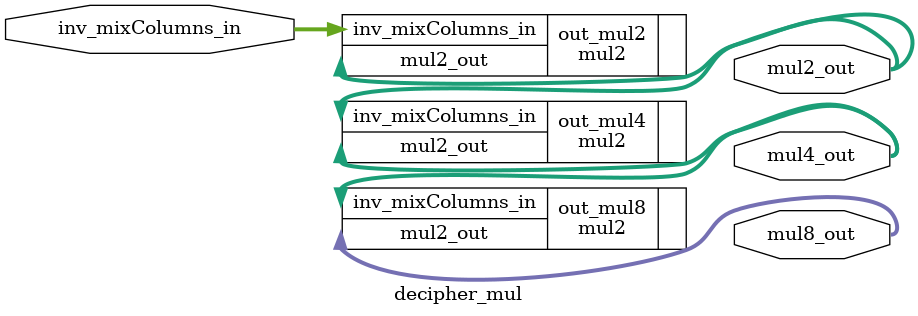
<source format=v>
`include "mul2.v"
module decipher_mul(
  input wire [7:0] inv_mixColumns_in,
  output wire [7:0] mul2_out,
  output wire [7:0] mul4_out,
  output wire [7:0] mul8_out
  
);
  mul2 out_mul2(.inv_mixColumns_in(inv_mixColumns_in),.mul2_out(mul2_out));
  mul2 out_mul4(.inv_mixColumns_in(mul2_out),.mul2_out(mul4_out));
  mul2 out_mul8(.inv_mixColumns_in(mul4_out),.mul2_out(mul8_out));
endmodule
</source>
